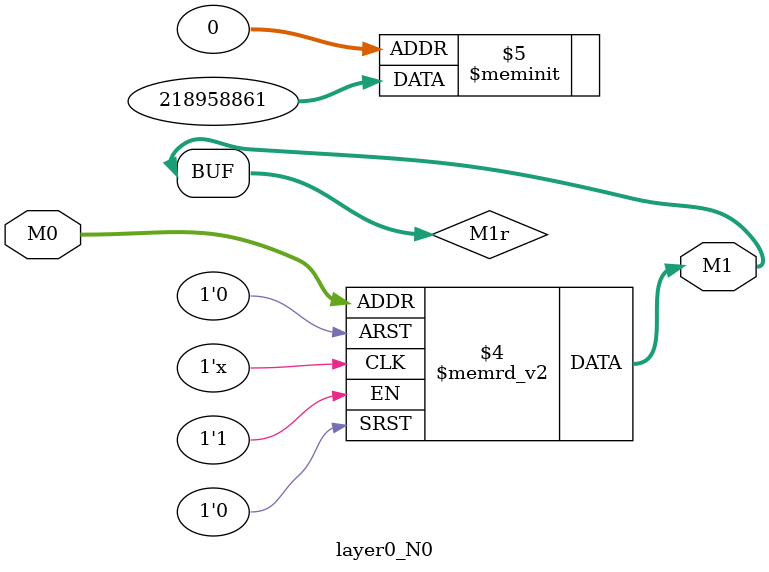
<source format=v>
module layer0_N0 ( input [3:0] M0, output [1:0] M1 );

	(*rom_style = "distributed" *) reg [1:0] M1r;
	assign M1 = M1r;
	always @ (M0) begin
		case (M0)
			4'b0000: M1r = 2'b01;
			4'b1000: M1r = 2'b01;
			4'b0100: M1r = 2'b00;
			4'b1100: M1r = 2'b01;
			4'b0010: M1r = 2'b00;
			4'b1010: M1r = 2'b00;
			4'b0110: M1r = 2'b00;
			4'b1110: M1r = 2'b00;
			4'b0001: M1r = 2'b11;
			4'b1001: M1r = 2'b11;
			4'b0101: M1r = 2'b11;
			4'b1101: M1r = 2'b11;
			4'b0011: M1r = 2'b00;
			4'b1011: M1r = 2'b00;
			4'b0111: M1r = 2'b00;
			4'b1111: M1r = 2'b00;

		endcase
	end
endmodule

</source>
